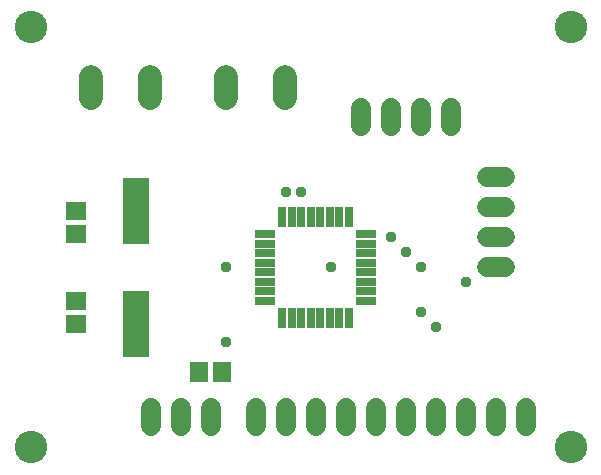
<source format=gbr>
G04 EAGLE Gerber RS-274X export*
G75*
%MOMM*%
%FSLAX34Y34*%
%LPD*%
%INSoldermask Top*%
%IPPOS*%
%AMOC8*
5,1,8,0,0,1.08239X$1,22.5*%
G01*
%ADD10C,2.743200*%
%ADD11R,1.503200X1.703200*%
%ADD12R,1.703200X1.503200*%
%ADD13R,1.703200X0.803200*%
%ADD14R,0.803200X1.703200*%
%ADD15R,2.203200X5.703200*%
%ADD16C,1.727200*%
%ADD17C,1.993900*%
%ADD18C,0.959600*%


D10*
X482600Y25400D03*
X25400Y25400D03*
X482600Y381000D03*
X25400Y381000D03*
D11*
X187300Y88900D03*
X168300Y88900D03*
D12*
X63500Y225400D03*
X63500Y206400D03*
X63500Y130200D03*
X63500Y149200D03*
D13*
X224200Y205800D03*
X224200Y197800D03*
X224200Y189800D03*
X224200Y181800D03*
X224200Y173800D03*
X224200Y165800D03*
X224200Y157800D03*
X224200Y149800D03*
D14*
X238700Y135300D03*
X246700Y135300D03*
X254700Y135300D03*
X262700Y135300D03*
X270700Y135300D03*
X278700Y135300D03*
X286700Y135300D03*
X294700Y135300D03*
D13*
X309200Y149800D03*
X309200Y157800D03*
X309200Y165800D03*
X309200Y173800D03*
X309200Y181800D03*
X309200Y189800D03*
X309200Y197800D03*
X309200Y205800D03*
D14*
X294700Y220300D03*
X286700Y220300D03*
X278700Y220300D03*
X270700Y220300D03*
X262700Y220300D03*
X254700Y220300D03*
X246700Y220300D03*
X238700Y220300D03*
D15*
X114300Y225300D03*
X114300Y130300D03*
D16*
X411480Y177800D02*
X426720Y177800D01*
X426720Y203200D02*
X411480Y203200D01*
X411480Y228600D02*
X426720Y228600D01*
X426720Y254000D02*
X411480Y254000D01*
X444500Y58420D02*
X444500Y43180D01*
X419100Y43180D02*
X419100Y58420D01*
X393700Y58420D02*
X393700Y43180D01*
X368300Y43180D02*
X368300Y58420D01*
X342900Y58420D02*
X342900Y43180D01*
X317500Y43180D02*
X317500Y58420D01*
X292100Y58420D02*
X292100Y43180D01*
X266700Y43180D02*
X266700Y58420D01*
X241300Y58420D02*
X241300Y43180D01*
X215900Y43180D02*
X215900Y58420D01*
D17*
X126600Y321247D02*
X126600Y339154D01*
X76600Y339154D02*
X76600Y321247D01*
X240900Y321247D02*
X240900Y339154D01*
X190900Y339154D02*
X190900Y321247D01*
D16*
X304800Y312420D02*
X304800Y297180D01*
X330200Y297180D02*
X330200Y312420D01*
X355600Y312420D02*
X355600Y297180D01*
X381000Y297180D02*
X381000Y312420D01*
X127000Y58420D02*
X127000Y43180D01*
X152400Y43180D02*
X152400Y58420D01*
X177800Y58420D02*
X177800Y43180D01*
D18*
X355600Y177800D03*
X190500Y177800D03*
X190500Y114300D03*
X241300Y241300D03*
X254000Y241300D03*
X330200Y203200D03*
X342900Y190500D03*
X368300Y127000D03*
X393700Y165100D03*
X355600Y139700D03*
X279400Y177800D03*
M02*

</source>
